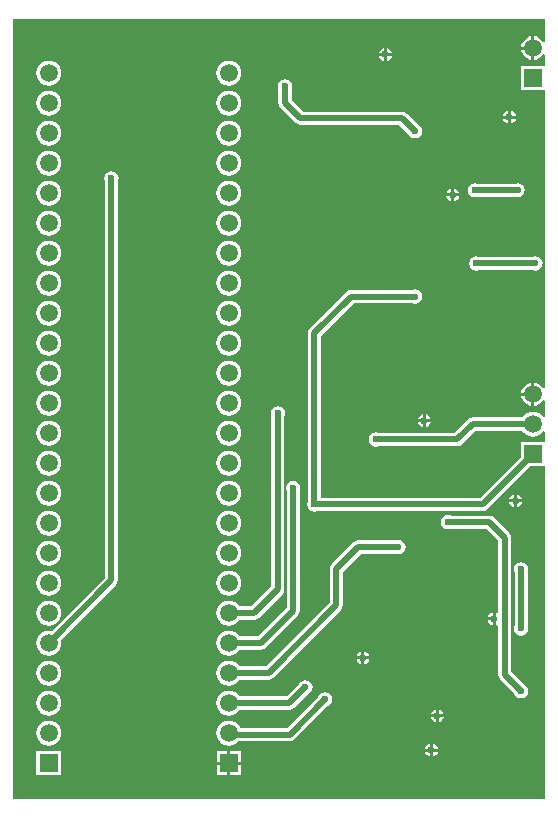
<source format=gbl>
G04*
G04 #@! TF.GenerationSoftware,Altium Limited,Altium Designer,20.0.14 (345)*
G04*
G04 Layer_Physical_Order=2*
G04 Layer_Color=16711680*
%FSLAX44Y44*%
%MOMM*%
G71*
G01*
G75*
%ADD37C,0.5000*%
%ADD38C,1.5000*%
%ADD39R,1.5000X1.5000*%
%ADD40C,0.6000*%
G36*
X470000Y660917D02*
X468857Y660504D01*
X468730Y660515D01*
X467161Y662561D01*
X465063Y664170D01*
X462621Y665182D01*
X461270Y665359D01*
Y655400D01*
Y645441D01*
X462621Y645618D01*
X465063Y646630D01*
X467161Y648239D01*
X468730Y650285D01*
X468857Y650296D01*
X470000Y649883D01*
Y640500D01*
X449500D01*
Y619500D01*
X470000D01*
Y367917D01*
X468857Y367504D01*
X468730Y367515D01*
X467161Y369561D01*
X465063Y371170D01*
X462621Y372182D01*
X461270Y372359D01*
Y362400D01*
Y352441D01*
X462621Y352618D01*
X465063Y353630D01*
X467161Y355239D01*
X468730Y357285D01*
X468857Y357296D01*
X470000Y356883D01*
Y343302D01*
X468730Y342871D01*
X467489Y344489D01*
X465295Y346172D01*
X462741Y347230D01*
X460000Y347591D01*
X457259Y347230D01*
X454705Y346172D01*
X452511Y344489D01*
X451068Y342608D01*
X409000D01*
X406854Y342181D01*
X405035Y340965D01*
X393677Y329608D01*
X329407D01*
X329341Y329652D01*
X327000Y330118D01*
X324659Y329652D01*
X322674Y328326D01*
X321348Y326341D01*
X320882Y324000D01*
X321348Y321659D01*
X322674Y319674D01*
X324659Y318348D01*
X327000Y317882D01*
X329341Y318348D01*
X329407Y318392D01*
X396000D01*
X398146Y318819D01*
X399965Y320035D01*
X411323Y331392D01*
X451068D01*
X452511Y329511D01*
X454705Y327828D01*
X457259Y326770D01*
X460000Y326409D01*
X462741Y326770D01*
X465295Y327828D01*
X467489Y329511D01*
X468730Y331129D01*
X470000Y330698D01*
Y322100D01*
X449500D01*
Y309031D01*
X415077Y274608D01*
X280608D01*
Y411677D01*
X308323Y439392D01*
X357593D01*
X357659Y439348D01*
X360000Y438882D01*
X362341Y439348D01*
X364326Y440674D01*
X365652Y442659D01*
X366118Y445000D01*
X365652Y447341D01*
X364326Y449326D01*
X362341Y450652D01*
X360000Y451118D01*
X357659Y450652D01*
X357593Y450608D01*
X306000D01*
X303854Y450181D01*
X302035Y448965D01*
X271035Y417965D01*
X269819Y416146D01*
X269392Y414000D01*
Y271407D01*
X269348Y271341D01*
X268883Y269000D01*
X269348Y266659D01*
X270674Y264674D01*
X272659Y263348D01*
X275000Y262882D01*
X277341Y263348D01*
X277407Y263392D01*
X417400D01*
X419546Y263819D01*
X421365Y265035D01*
X457431Y301100D01*
X470000D01*
Y20000D01*
X20000D01*
Y680000D01*
X470000D01*
Y660917D01*
D02*
G37*
%LPC*%
G36*
X458730Y665359D02*
X457379Y665182D01*
X454937Y664170D01*
X452839Y662561D01*
X451230Y660463D01*
X450218Y658021D01*
X450041Y656670D01*
X458730D01*
Y665359D01*
D02*
G37*
G36*
X336270Y655396D02*
Y651270D01*
X340396D01*
X340219Y652162D01*
X338994Y653994D01*
X337162Y655219D01*
X336270Y655396D01*
D02*
G37*
G36*
X333730D02*
X332838Y655219D01*
X331006Y653994D01*
X329781Y652162D01*
X329604Y651270D01*
X333730D01*
Y655396D01*
D02*
G37*
G36*
X458730Y654130D02*
X450041D01*
X450218Y652779D01*
X451230Y650337D01*
X452839Y648239D01*
X454937Y646630D01*
X457379Y645618D01*
X458730Y645441D01*
Y654130D01*
D02*
G37*
G36*
X340396Y648730D02*
X336270D01*
Y644604D01*
X337162Y644781D01*
X338994Y646006D01*
X340219Y647838D01*
X340396Y648730D01*
D02*
G37*
G36*
X333730D02*
X329604D01*
X329781Y647838D01*
X331006Y646006D01*
X332838Y644781D01*
X333730Y644604D01*
Y648730D01*
D02*
G37*
G36*
X202400Y644791D02*
X199659Y644430D01*
X197105Y643372D01*
X194911Y641689D01*
X193228Y639495D01*
X192170Y636941D01*
X191809Y634200D01*
X192170Y631459D01*
X193228Y628905D01*
X194911Y626711D01*
X197105Y625028D01*
X199659Y623970D01*
X202400Y623609D01*
X205141Y623970D01*
X207695Y625028D01*
X209889Y626711D01*
X211572Y628905D01*
X212630Y631459D01*
X212991Y634200D01*
X212630Y636941D01*
X211572Y639495D01*
X209889Y641689D01*
X207695Y643372D01*
X205141Y644430D01*
X202400Y644791D01*
D02*
G37*
G36*
X50000D02*
X47259Y644430D01*
X44705Y643372D01*
X42511Y641689D01*
X40828Y639495D01*
X39770Y636941D01*
X39409Y634200D01*
X39770Y631459D01*
X40828Y628905D01*
X42511Y626711D01*
X44705Y625028D01*
X47259Y623970D01*
X50000Y623609D01*
X52741Y623970D01*
X55295Y625028D01*
X57489Y626711D01*
X59172Y628905D01*
X60230Y631459D01*
X60591Y634200D01*
X60230Y636941D01*
X59172Y639495D01*
X57489Y641689D01*
X55295Y643372D01*
X52741Y644430D01*
X50000Y644791D01*
D02*
G37*
G36*
X441270Y602396D02*
Y598270D01*
X445396D01*
X445219Y599162D01*
X443994Y600994D01*
X442162Y602219D01*
X441270Y602396D01*
D02*
G37*
G36*
X438730D02*
X437838Y602219D01*
X436006Y600994D01*
X434781Y599162D01*
X434604Y598270D01*
X438730D01*
Y602396D01*
D02*
G37*
G36*
X202400Y619391D02*
X199659Y619030D01*
X197105Y617972D01*
X194911Y616289D01*
X193228Y614095D01*
X192170Y611541D01*
X191809Y608800D01*
X192170Y606059D01*
X193228Y603505D01*
X194911Y601311D01*
X197105Y599628D01*
X199659Y598570D01*
X202400Y598209D01*
X205141Y598570D01*
X207695Y599628D01*
X209889Y601311D01*
X211572Y603505D01*
X212630Y606059D01*
X212991Y608800D01*
X212630Y611541D01*
X211572Y614095D01*
X209889Y616289D01*
X207695Y617972D01*
X205141Y619030D01*
X202400Y619391D01*
D02*
G37*
G36*
X50000D02*
X47259Y619030D01*
X44705Y617972D01*
X42511Y616289D01*
X40828Y614095D01*
X39770Y611541D01*
X39409Y608800D01*
X39770Y606059D01*
X40828Y603505D01*
X42511Y601311D01*
X44705Y599628D01*
X47259Y598570D01*
X50000Y598209D01*
X52741Y598570D01*
X55295Y599628D01*
X57489Y601311D01*
X59172Y603505D01*
X60230Y606059D01*
X60591Y608800D01*
X60230Y611541D01*
X59172Y614095D01*
X57489Y616289D01*
X55295Y617972D01*
X52741Y619030D01*
X50000Y619391D01*
D02*
G37*
G36*
X445396Y595730D02*
X441270D01*
Y591604D01*
X442162Y591782D01*
X443994Y593006D01*
X445219Y594838D01*
X445396Y595730D01*
D02*
G37*
G36*
X438730D02*
X434604D01*
X434781Y594838D01*
X436006Y593006D01*
X437838Y591782D01*
X438730Y591604D01*
Y595730D01*
D02*
G37*
G36*
X250000Y629118D02*
X247659Y628652D01*
X245674Y627326D01*
X244348Y625341D01*
X243883Y623000D01*
X244348Y620659D01*
X244392Y620593D01*
Y609000D01*
X244819Y606854D01*
X246035Y605035D01*
X259035Y592035D01*
X260854Y590819D01*
X263000Y590392D01*
X346677D01*
X354333Y582737D01*
X354348Y582659D01*
X355674Y580674D01*
X357659Y579348D01*
X360000Y578882D01*
X362341Y579348D01*
X364326Y580674D01*
X365652Y582659D01*
X366118Y585000D01*
X365652Y587341D01*
X364326Y589326D01*
X362341Y590652D01*
X362263Y590667D01*
X352965Y599965D01*
X351146Y601181D01*
X349000Y601608D01*
X265323D01*
X255608Y611323D01*
Y620593D01*
X255652Y620659D01*
X256117Y623000D01*
X255652Y625341D01*
X254326Y627326D01*
X252341Y628652D01*
X250000Y629118D01*
D02*
G37*
G36*
X202400Y593991D02*
X199659Y593630D01*
X197105Y592572D01*
X194911Y590889D01*
X193228Y588695D01*
X192170Y586141D01*
X191809Y583400D01*
X192170Y580659D01*
X193228Y578105D01*
X194911Y575911D01*
X197105Y574228D01*
X199659Y573170D01*
X202400Y572809D01*
X205141Y573170D01*
X207695Y574228D01*
X209889Y575911D01*
X211572Y578105D01*
X212630Y580659D01*
X212991Y583400D01*
X212630Y586141D01*
X211572Y588695D01*
X209889Y590889D01*
X207695Y592572D01*
X205141Y593630D01*
X202400Y593991D01*
D02*
G37*
G36*
X50000D02*
X47259Y593630D01*
X44705Y592572D01*
X42511Y590889D01*
X40828Y588695D01*
X39770Y586141D01*
X39409Y583400D01*
X39770Y580659D01*
X40828Y578105D01*
X42511Y575911D01*
X44705Y574228D01*
X47259Y573170D01*
X50000Y572809D01*
X52741Y573170D01*
X55295Y574228D01*
X57489Y575911D01*
X59172Y578105D01*
X60230Y580659D01*
X60591Y583400D01*
X60230Y586141D01*
X59172Y588695D01*
X57489Y590889D01*
X55295Y592572D01*
X52741Y593630D01*
X50000Y593991D01*
D02*
G37*
G36*
X202400Y568591D02*
X199659Y568230D01*
X197105Y567172D01*
X194911Y565489D01*
X193228Y563295D01*
X192170Y560741D01*
X191809Y558000D01*
X192170Y555259D01*
X193228Y552705D01*
X194911Y550511D01*
X197105Y548828D01*
X199659Y547770D01*
X202400Y547409D01*
X205141Y547770D01*
X207695Y548828D01*
X209889Y550511D01*
X211572Y552705D01*
X212630Y555259D01*
X212991Y558000D01*
X212630Y560741D01*
X211572Y563295D01*
X209889Y565489D01*
X207695Y567172D01*
X205141Y568230D01*
X202400Y568591D01*
D02*
G37*
G36*
X50000D02*
X47259Y568230D01*
X44705Y567172D01*
X42511Y565489D01*
X40828Y563295D01*
X39770Y560741D01*
X39409Y558000D01*
X39770Y555259D01*
X40828Y552705D01*
X42511Y550511D01*
X44705Y548828D01*
X47259Y547770D01*
X50000Y547409D01*
X52741Y547770D01*
X55295Y548828D01*
X57489Y550511D01*
X59172Y552705D01*
X60230Y555259D01*
X60591Y558000D01*
X60230Y560741D01*
X59172Y563295D01*
X57489Y565489D01*
X55295Y567172D01*
X52741Y568230D01*
X50000Y568591D01*
D02*
G37*
G36*
X447000Y541118D02*
X444659Y540652D01*
X444593Y540608D01*
X413407D01*
X413341Y540652D01*
X411000Y541118D01*
X408659Y540652D01*
X406674Y539326D01*
X405348Y537341D01*
X404883Y535000D01*
X405348Y532659D01*
X406674Y530674D01*
X408659Y529348D01*
X411000Y528882D01*
X413341Y529348D01*
X413407Y529392D01*
X444593D01*
X444659Y529348D01*
X447000Y528882D01*
X449341Y529348D01*
X451326Y530674D01*
X452652Y532659D01*
X453117Y535000D01*
X452652Y537341D01*
X451326Y539326D01*
X449341Y540652D01*
X447000Y541118D01*
D02*
G37*
G36*
X393270Y536396D02*
Y532270D01*
X397396D01*
X397219Y533162D01*
X395994Y534994D01*
X394162Y536219D01*
X393270Y536396D01*
D02*
G37*
G36*
X390730D02*
X389838Y536219D01*
X388006Y534994D01*
X386781Y533162D01*
X386604Y532270D01*
X390730D01*
Y536396D01*
D02*
G37*
G36*
X397396Y529730D02*
X393270D01*
Y525604D01*
X394162Y525781D01*
X395994Y527006D01*
X397219Y528838D01*
X397396Y529730D01*
D02*
G37*
G36*
X390730D02*
X386604D01*
X386781Y528838D01*
X388006Y527006D01*
X389838Y525781D01*
X390730Y525604D01*
Y529730D01*
D02*
G37*
G36*
X202400Y543191D02*
X199659Y542830D01*
X197105Y541772D01*
X194911Y540089D01*
X193228Y537895D01*
X192170Y535341D01*
X191809Y532600D01*
X192170Y529859D01*
X193228Y527305D01*
X194911Y525111D01*
X197105Y523428D01*
X199659Y522370D01*
X202400Y522009D01*
X205141Y522370D01*
X207695Y523428D01*
X209889Y525111D01*
X211572Y527305D01*
X212630Y529859D01*
X212991Y532600D01*
X212630Y535341D01*
X211572Y537895D01*
X209889Y540089D01*
X207695Y541772D01*
X205141Y542830D01*
X202400Y543191D01*
D02*
G37*
G36*
X50000D02*
X47259Y542830D01*
X44705Y541772D01*
X42511Y540089D01*
X40828Y537895D01*
X39770Y535341D01*
X39409Y532600D01*
X39770Y529859D01*
X40828Y527305D01*
X42511Y525111D01*
X44705Y523428D01*
X47259Y522370D01*
X50000Y522009D01*
X52741Y522370D01*
X55295Y523428D01*
X57489Y525111D01*
X59172Y527305D01*
X60230Y529859D01*
X60591Y532600D01*
X60230Y535341D01*
X59172Y537895D01*
X57489Y540089D01*
X55295Y541772D01*
X52741Y542830D01*
X50000Y543191D01*
D02*
G37*
G36*
X202400Y517791D02*
X199659Y517430D01*
X197105Y516372D01*
X194911Y514689D01*
X193228Y512495D01*
X192170Y509941D01*
X191809Y507200D01*
X192170Y504459D01*
X193228Y501905D01*
X194911Y499711D01*
X197105Y498028D01*
X199659Y496970D01*
X202400Y496609D01*
X205141Y496970D01*
X207695Y498028D01*
X209889Y499711D01*
X211572Y501905D01*
X212630Y504459D01*
X212991Y507200D01*
X212630Y509941D01*
X211572Y512495D01*
X209889Y514689D01*
X207695Y516372D01*
X205141Y517430D01*
X202400Y517791D01*
D02*
G37*
G36*
X50000D02*
X47259Y517430D01*
X44705Y516372D01*
X42511Y514689D01*
X40828Y512495D01*
X39770Y509941D01*
X39409Y507200D01*
X39770Y504459D01*
X40828Y501905D01*
X42511Y499711D01*
X44705Y498028D01*
X47259Y496970D01*
X50000Y496609D01*
X52741Y496970D01*
X55295Y498028D01*
X57489Y499711D01*
X59172Y501905D01*
X60230Y504459D01*
X60591Y507200D01*
X60230Y509941D01*
X59172Y512495D01*
X57489Y514689D01*
X55295Y516372D01*
X52741Y517430D01*
X50000Y517791D01*
D02*
G37*
G36*
X462000Y479118D02*
X459659Y478652D01*
X459593Y478608D01*
X414407D01*
X414341Y478652D01*
X412000Y479118D01*
X409659Y478652D01*
X407674Y477326D01*
X406348Y475341D01*
X405882Y473000D01*
X406348Y470659D01*
X407674Y468674D01*
X409659Y467348D01*
X412000Y466883D01*
X414341Y467348D01*
X414407Y467392D01*
X459593D01*
X459659Y467348D01*
X462000Y466883D01*
X464341Y467348D01*
X466326Y468674D01*
X467652Y470659D01*
X468117Y473000D01*
X467652Y475341D01*
X466326Y477326D01*
X464341Y478652D01*
X462000Y479118D01*
D02*
G37*
G36*
X202400Y492391D02*
X199659Y492030D01*
X197105Y490972D01*
X194911Y489289D01*
X193228Y487095D01*
X192170Y484541D01*
X191809Y481800D01*
X192170Y479059D01*
X193228Y476505D01*
X194911Y474311D01*
X197105Y472628D01*
X199659Y471570D01*
X202400Y471209D01*
X205141Y471570D01*
X207695Y472628D01*
X209889Y474311D01*
X211572Y476505D01*
X212630Y479059D01*
X212991Y481800D01*
X212630Y484541D01*
X211572Y487095D01*
X209889Y489289D01*
X207695Y490972D01*
X205141Y492030D01*
X202400Y492391D01*
D02*
G37*
G36*
X50000D02*
X47259Y492030D01*
X44705Y490972D01*
X42511Y489289D01*
X40828Y487095D01*
X39770Y484541D01*
X39409Y481800D01*
X39770Y479059D01*
X40828Y476505D01*
X42511Y474311D01*
X44705Y472628D01*
X47259Y471570D01*
X50000Y471209D01*
X52741Y471570D01*
X55295Y472628D01*
X57489Y474311D01*
X59172Y476505D01*
X60230Y479059D01*
X60591Y481800D01*
X60230Y484541D01*
X59172Y487095D01*
X57489Y489289D01*
X55295Y490972D01*
X52741Y492030D01*
X50000Y492391D01*
D02*
G37*
G36*
X202400Y466991D02*
X199659Y466630D01*
X197105Y465572D01*
X194911Y463889D01*
X193228Y461695D01*
X192170Y459141D01*
X191809Y456400D01*
X192170Y453659D01*
X193228Y451105D01*
X194911Y448911D01*
X197105Y447228D01*
X199659Y446170D01*
X202400Y445809D01*
X205141Y446170D01*
X207695Y447228D01*
X209889Y448911D01*
X211572Y451105D01*
X212630Y453659D01*
X212991Y456400D01*
X212630Y459141D01*
X211572Y461695D01*
X209889Y463889D01*
X207695Y465572D01*
X205141Y466630D01*
X202400Y466991D01*
D02*
G37*
G36*
X50000D02*
X47259Y466630D01*
X44705Y465572D01*
X42511Y463889D01*
X40828Y461695D01*
X39770Y459141D01*
X39409Y456400D01*
X39770Y453659D01*
X40828Y451105D01*
X42511Y448911D01*
X44705Y447228D01*
X47259Y446170D01*
X50000Y445809D01*
X52741Y446170D01*
X55295Y447228D01*
X57489Y448911D01*
X59172Y451105D01*
X60230Y453659D01*
X60591Y456400D01*
X60230Y459141D01*
X59172Y461695D01*
X57489Y463889D01*
X55295Y465572D01*
X52741Y466630D01*
X50000Y466991D01*
D02*
G37*
G36*
X202400Y441591D02*
X199659Y441230D01*
X197105Y440172D01*
X194911Y438489D01*
X193228Y436295D01*
X192170Y433741D01*
X191809Y431000D01*
X192170Y428259D01*
X193228Y425705D01*
X194911Y423511D01*
X197105Y421828D01*
X199659Y420770D01*
X202400Y420409D01*
X205141Y420770D01*
X207695Y421828D01*
X209889Y423511D01*
X211572Y425705D01*
X212630Y428259D01*
X212991Y431000D01*
X212630Y433741D01*
X211572Y436295D01*
X209889Y438489D01*
X207695Y440172D01*
X205141Y441230D01*
X202400Y441591D01*
D02*
G37*
G36*
X50000D02*
X47259Y441230D01*
X44705Y440172D01*
X42511Y438489D01*
X40828Y436295D01*
X39770Y433741D01*
X39409Y431000D01*
X39770Y428259D01*
X40828Y425705D01*
X42511Y423511D01*
X44705Y421828D01*
X47259Y420770D01*
X50000Y420409D01*
X52741Y420770D01*
X55295Y421828D01*
X57489Y423511D01*
X59172Y425705D01*
X60230Y428259D01*
X60591Y431000D01*
X60230Y433741D01*
X59172Y436295D01*
X57489Y438489D01*
X55295Y440172D01*
X52741Y441230D01*
X50000Y441591D01*
D02*
G37*
G36*
X202400Y416191D02*
X199659Y415830D01*
X197105Y414772D01*
X194911Y413089D01*
X193228Y410895D01*
X192170Y408341D01*
X191809Y405600D01*
X192170Y402859D01*
X193228Y400305D01*
X194911Y398111D01*
X197105Y396428D01*
X199659Y395370D01*
X202400Y395009D01*
X205141Y395370D01*
X207695Y396428D01*
X209889Y398111D01*
X211572Y400305D01*
X212630Y402859D01*
X212991Y405600D01*
X212630Y408341D01*
X211572Y410895D01*
X209889Y413089D01*
X207695Y414772D01*
X205141Y415830D01*
X202400Y416191D01*
D02*
G37*
G36*
X50000D02*
X47259Y415830D01*
X44705Y414772D01*
X42511Y413089D01*
X40828Y410895D01*
X39770Y408341D01*
X39409Y405600D01*
X39770Y402859D01*
X40828Y400305D01*
X42511Y398111D01*
X44705Y396428D01*
X47259Y395370D01*
X50000Y395009D01*
X52741Y395370D01*
X55295Y396428D01*
X57489Y398111D01*
X59172Y400305D01*
X60230Y402859D01*
X60591Y405600D01*
X60230Y408341D01*
X59172Y410895D01*
X57489Y413089D01*
X55295Y414772D01*
X52741Y415830D01*
X50000Y416191D01*
D02*
G37*
G36*
X202400Y390791D02*
X199659Y390430D01*
X197105Y389372D01*
X194911Y387689D01*
X193228Y385495D01*
X192170Y382941D01*
X191809Y380200D01*
X192170Y377459D01*
X193228Y374905D01*
X194911Y372711D01*
X197105Y371028D01*
X199659Y369970D01*
X202400Y369609D01*
X205141Y369970D01*
X207695Y371028D01*
X209889Y372711D01*
X211572Y374905D01*
X212630Y377459D01*
X212991Y380200D01*
X212630Y382941D01*
X211572Y385495D01*
X209889Y387689D01*
X207695Y389372D01*
X205141Y390430D01*
X202400Y390791D01*
D02*
G37*
G36*
X50000D02*
X47259Y390430D01*
X44705Y389372D01*
X42511Y387689D01*
X40828Y385495D01*
X39770Y382941D01*
X39409Y380200D01*
X39770Y377459D01*
X40828Y374905D01*
X42511Y372711D01*
X44705Y371028D01*
X47259Y369970D01*
X50000Y369609D01*
X52741Y369970D01*
X55295Y371028D01*
X57489Y372711D01*
X59172Y374905D01*
X60230Y377459D01*
X60591Y380200D01*
X60230Y382941D01*
X59172Y385495D01*
X57489Y387689D01*
X55295Y389372D01*
X52741Y390430D01*
X50000Y390791D01*
D02*
G37*
G36*
X458730Y372359D02*
X457379Y372182D01*
X454937Y371170D01*
X452839Y369561D01*
X451230Y367463D01*
X450218Y365021D01*
X450041Y363670D01*
X458730D01*
Y372359D01*
D02*
G37*
G36*
Y361130D02*
X450041D01*
X450218Y359779D01*
X451230Y357337D01*
X452839Y355239D01*
X454937Y353630D01*
X457379Y352618D01*
X458730Y352441D01*
Y361130D01*
D02*
G37*
G36*
X202400Y365391D02*
X199659Y365030D01*
X197105Y363972D01*
X194911Y362289D01*
X193228Y360095D01*
X192170Y357541D01*
X191809Y354800D01*
X192170Y352059D01*
X193228Y349505D01*
X194911Y347311D01*
X197105Y345628D01*
X199659Y344570D01*
X202400Y344209D01*
X205141Y344570D01*
X207695Y345628D01*
X209889Y347311D01*
X211572Y349505D01*
X212630Y352059D01*
X212991Y354800D01*
X212630Y357541D01*
X211572Y360095D01*
X209889Y362289D01*
X207695Y363972D01*
X205141Y365030D01*
X202400Y365391D01*
D02*
G37*
G36*
X50000D02*
X47259Y365030D01*
X44705Y363972D01*
X42511Y362289D01*
X40828Y360095D01*
X39770Y357541D01*
X39409Y354800D01*
X39770Y352059D01*
X40828Y349505D01*
X42511Y347311D01*
X44705Y345628D01*
X47259Y344570D01*
X50000Y344209D01*
X52741Y344570D01*
X55295Y345628D01*
X57489Y347311D01*
X59172Y349505D01*
X60230Y352059D01*
X60591Y354800D01*
X60230Y357541D01*
X59172Y360095D01*
X57489Y362289D01*
X55295Y363972D01*
X52741Y365030D01*
X50000Y365391D01*
D02*
G37*
G36*
X369270Y345396D02*
Y341270D01*
X373396D01*
X373219Y342162D01*
X371994Y343994D01*
X370162Y345219D01*
X369270Y345396D01*
D02*
G37*
G36*
X366730D02*
X365838Y345219D01*
X364006Y343994D01*
X362781Y342162D01*
X362604Y341270D01*
X366730D01*
Y345396D01*
D02*
G37*
G36*
X373396Y338730D02*
X369270D01*
Y334604D01*
X370162Y334781D01*
X371994Y336006D01*
X373219Y337838D01*
X373396Y338730D01*
D02*
G37*
G36*
X366730D02*
X362604D01*
X362781Y337838D01*
X364006Y336006D01*
X365838Y334781D01*
X366730Y334604D01*
Y338730D01*
D02*
G37*
G36*
X202400Y339991D02*
X199659Y339630D01*
X197105Y338572D01*
X194911Y336889D01*
X193228Y334695D01*
X192170Y332141D01*
X191809Y329400D01*
X192170Y326659D01*
X193228Y324105D01*
X194911Y321911D01*
X197105Y320228D01*
X199659Y319170D01*
X202400Y318809D01*
X205141Y319170D01*
X207695Y320228D01*
X209889Y321911D01*
X211572Y324105D01*
X212630Y326659D01*
X212991Y329400D01*
X212630Y332141D01*
X211572Y334695D01*
X209889Y336889D01*
X207695Y338572D01*
X205141Y339630D01*
X202400Y339991D01*
D02*
G37*
G36*
X50000D02*
X47259Y339630D01*
X44705Y338572D01*
X42511Y336889D01*
X40828Y334695D01*
X39770Y332141D01*
X39409Y329400D01*
X39770Y326659D01*
X40828Y324105D01*
X42511Y321911D01*
X44705Y320228D01*
X47259Y319170D01*
X50000Y318809D01*
X52741Y319170D01*
X55295Y320228D01*
X57489Y321911D01*
X59172Y324105D01*
X60230Y326659D01*
X60591Y329400D01*
X60230Y332141D01*
X59172Y334695D01*
X57489Y336889D01*
X55295Y338572D01*
X52741Y339630D01*
X50000Y339991D01*
D02*
G37*
G36*
X202400Y314591D02*
X199659Y314230D01*
X197105Y313172D01*
X194911Y311489D01*
X193228Y309295D01*
X192170Y306741D01*
X191809Y304000D01*
X192170Y301259D01*
X193228Y298705D01*
X194911Y296511D01*
X197105Y294828D01*
X199659Y293770D01*
X202400Y293409D01*
X205141Y293770D01*
X207695Y294828D01*
X209889Y296511D01*
X211572Y298705D01*
X212630Y301259D01*
X212991Y304000D01*
X212630Y306741D01*
X211572Y309295D01*
X209889Y311489D01*
X207695Y313172D01*
X205141Y314230D01*
X202400Y314591D01*
D02*
G37*
G36*
X50000D02*
X47259Y314230D01*
X44705Y313172D01*
X42511Y311489D01*
X40828Y309295D01*
X39770Y306741D01*
X39409Y304000D01*
X39770Y301259D01*
X40828Y298705D01*
X42511Y296511D01*
X44705Y294828D01*
X47259Y293770D01*
X50000Y293409D01*
X52741Y293770D01*
X55295Y294828D01*
X57489Y296511D01*
X59172Y298705D01*
X60230Y301259D01*
X60591Y304000D01*
X60230Y306741D01*
X59172Y309295D01*
X57489Y311489D01*
X55295Y313172D01*
X52741Y314230D01*
X50000Y314591D01*
D02*
G37*
G36*
X446541Y277396D02*
Y273270D01*
X450667D01*
X450489Y274162D01*
X449265Y275994D01*
X447432Y277218D01*
X446541Y277396D01*
D02*
G37*
G36*
X444001D02*
X443109Y277218D01*
X441277Y275994D01*
X440052Y274162D01*
X439875Y273270D01*
X444001D01*
Y277396D01*
D02*
G37*
G36*
X202400Y289191D02*
X199659Y288830D01*
X197105Y287772D01*
X194911Y286089D01*
X193228Y283895D01*
X192170Y281341D01*
X191809Y278600D01*
X192170Y275859D01*
X193228Y273305D01*
X194911Y271111D01*
X197105Y269428D01*
X199659Y268370D01*
X202400Y268009D01*
X205141Y268370D01*
X207695Y269428D01*
X209889Y271111D01*
X211572Y273305D01*
X212630Y275859D01*
X212991Y278600D01*
X212630Y281341D01*
X211572Y283895D01*
X209889Y286089D01*
X207695Y287772D01*
X205141Y288830D01*
X202400Y289191D01*
D02*
G37*
G36*
X50000D02*
X47259Y288830D01*
X44705Y287772D01*
X42511Y286089D01*
X40828Y283895D01*
X39770Y281341D01*
X39409Y278600D01*
X39770Y275859D01*
X40828Y273305D01*
X42511Y271111D01*
X44705Y269428D01*
X47259Y268370D01*
X50000Y268009D01*
X52741Y268370D01*
X55295Y269428D01*
X57489Y271111D01*
X59172Y273305D01*
X60230Y275859D01*
X60591Y278600D01*
X60230Y281341D01*
X59172Y283895D01*
X57489Y286089D01*
X55295Y287772D01*
X52741Y288830D01*
X50000Y289191D01*
D02*
G37*
G36*
X450667Y270730D02*
X446541D01*
Y266604D01*
X447432Y266781D01*
X449265Y268006D01*
X450489Y269838D01*
X450667Y270730D01*
D02*
G37*
G36*
X444001D02*
X439875D01*
X440052Y269838D01*
X441277Y268006D01*
X443109Y266781D01*
X444001Y266604D01*
Y270730D01*
D02*
G37*
G36*
X202400Y263791D02*
X199659Y263430D01*
X197105Y262372D01*
X194911Y260689D01*
X193228Y258495D01*
X192170Y255941D01*
X191809Y253200D01*
X192170Y250459D01*
X193228Y247905D01*
X194911Y245711D01*
X197105Y244028D01*
X199659Y242970D01*
X202400Y242609D01*
X205141Y242970D01*
X207695Y244028D01*
X209889Y245711D01*
X211572Y247905D01*
X212630Y250459D01*
X212991Y253200D01*
X212630Y255941D01*
X211572Y258495D01*
X209889Y260689D01*
X207695Y262372D01*
X205141Y263430D01*
X202400Y263791D01*
D02*
G37*
G36*
X50000D02*
X47259Y263430D01*
X44705Y262372D01*
X42511Y260689D01*
X40828Y258495D01*
X39770Y255941D01*
X39409Y253200D01*
X39770Y250459D01*
X40828Y247905D01*
X42511Y245711D01*
X44705Y244028D01*
X47259Y242970D01*
X50000Y242609D01*
X52741Y242970D01*
X55295Y244028D01*
X57489Y245711D01*
X59172Y247905D01*
X60230Y250459D01*
X60591Y253200D01*
X60230Y255941D01*
X59172Y258495D01*
X57489Y260689D01*
X55295Y262372D01*
X52741Y263430D01*
X50000Y263791D01*
D02*
G37*
G36*
X346000Y239118D02*
X343659Y238652D01*
X343593Y238608D01*
X312000D01*
X309854Y238181D01*
X308035Y236965D01*
X289535Y218465D01*
X288319Y216646D01*
X287892Y214500D01*
Y185823D01*
X233877Y131808D01*
X211332D01*
X209889Y133689D01*
X207695Y135372D01*
X205141Y136430D01*
X202400Y136791D01*
X199659Y136430D01*
X197105Y135372D01*
X194911Y133689D01*
X193228Y131495D01*
X192170Y128941D01*
X191809Y126200D01*
X192170Y123459D01*
X193228Y120905D01*
X194911Y118711D01*
X197105Y117028D01*
X199659Y115970D01*
X202400Y115609D01*
X205141Y115970D01*
X207695Y117028D01*
X209889Y118711D01*
X211332Y120592D01*
X236200D01*
X238346Y121019D01*
X240165Y122235D01*
X297465Y179535D01*
X298681Y181354D01*
X299108Y183500D01*
Y212177D01*
X314323Y227392D01*
X343593D01*
X343659Y227348D01*
X346000Y226882D01*
X348341Y227348D01*
X350326Y228674D01*
X351652Y230659D01*
X352118Y233000D01*
X351652Y235341D01*
X350326Y237326D01*
X348341Y238652D01*
X346000Y239118D01*
D02*
G37*
G36*
X202400Y238391D02*
X199659Y238030D01*
X197105Y236972D01*
X194911Y235289D01*
X193228Y233095D01*
X192170Y230541D01*
X191809Y227800D01*
X192170Y225059D01*
X193228Y222505D01*
X194911Y220311D01*
X197105Y218628D01*
X199659Y217570D01*
X202400Y217209D01*
X205141Y217570D01*
X207695Y218628D01*
X209889Y220311D01*
X211572Y222505D01*
X212630Y225059D01*
X212991Y227800D01*
X212630Y230541D01*
X211572Y233095D01*
X209889Y235289D01*
X207695Y236972D01*
X205141Y238030D01*
X202400Y238391D01*
D02*
G37*
G36*
X50000D02*
X47259Y238030D01*
X44705Y236972D01*
X42511Y235289D01*
X40828Y233095D01*
X39770Y230541D01*
X39409Y227800D01*
X39770Y225059D01*
X40828Y222505D01*
X42511Y220311D01*
X44705Y218628D01*
X47259Y217570D01*
X50000Y217209D01*
X52741Y217570D01*
X55295Y218628D01*
X57489Y220311D01*
X59172Y222505D01*
X60230Y225059D01*
X60591Y227800D01*
X60230Y230541D01*
X59172Y233095D01*
X57489Y235289D01*
X55295Y236972D01*
X52741Y238030D01*
X50000Y238391D01*
D02*
G37*
G36*
X202400Y212991D02*
X199659Y212630D01*
X197105Y211572D01*
X194911Y209889D01*
X193228Y207695D01*
X192170Y205141D01*
X191809Y202400D01*
X192170Y199659D01*
X193228Y197105D01*
X194911Y194911D01*
X197105Y193228D01*
X199659Y192170D01*
X202400Y191809D01*
X205141Y192170D01*
X207695Y193228D01*
X209889Y194911D01*
X211572Y197105D01*
X212630Y199659D01*
X212991Y202400D01*
X212630Y205141D01*
X211572Y207695D01*
X209889Y209889D01*
X207695Y211572D01*
X205141Y212630D01*
X202400Y212991D01*
D02*
G37*
G36*
X50000D02*
X47259Y212630D01*
X44705Y211572D01*
X42511Y209889D01*
X40828Y207695D01*
X39770Y205141D01*
X39409Y202400D01*
X39770Y199659D01*
X40828Y197105D01*
X42511Y194911D01*
X44705Y193228D01*
X47259Y192170D01*
X50000Y191809D01*
X52741Y192170D01*
X55295Y193228D01*
X57489Y194911D01*
X59172Y197105D01*
X60230Y199659D01*
X60591Y202400D01*
X60230Y205141D01*
X59172Y207695D01*
X57489Y209889D01*
X55295Y211572D01*
X52741Y212630D01*
X50000Y212991D01*
D02*
G37*
G36*
X244000Y352118D02*
X241659Y351652D01*
X239674Y350326D01*
X238348Y348341D01*
X237882Y346000D01*
X238348Y343659D01*
X238392Y343593D01*
Y199323D01*
X221677Y182608D01*
X211332D01*
X209889Y184489D01*
X207695Y186172D01*
X205141Y187230D01*
X202400Y187591D01*
X199659Y187230D01*
X197105Y186172D01*
X194911Y184489D01*
X193228Y182295D01*
X192170Y179741D01*
X191809Y177000D01*
X192170Y174259D01*
X193228Y171705D01*
X194911Y169511D01*
X197105Y167828D01*
X199659Y166770D01*
X202400Y166409D01*
X205141Y166770D01*
X207695Y167828D01*
X209889Y169511D01*
X211332Y171392D01*
X224000D01*
X226146Y171819D01*
X227965Y173035D01*
X247965Y193035D01*
X249181Y194854D01*
X249608Y197000D01*
Y343593D01*
X249652Y343659D01*
X250117Y346000D01*
X249652Y348341D01*
X248326Y350326D01*
X246341Y351652D01*
X244000Y352118D01*
D02*
G37*
G36*
X388000Y260117D02*
X385659Y259652D01*
X383674Y258326D01*
X382348Y256341D01*
X381883Y254000D01*
X382348Y251659D01*
X383674Y249674D01*
X385659Y248348D01*
X388000Y247882D01*
X390341Y248348D01*
X390407Y248392D01*
X420677D01*
X430444Y238626D01*
Y177709D01*
X429324Y177110D01*
X429162Y177218D01*
X428270Y177396D01*
Y172000D01*
Y166604D01*
X429162Y166781D01*
X429324Y166890D01*
X430444Y166291D01*
Y124949D01*
X430871Y122802D01*
X432086Y120983D01*
X444333Y108737D01*
X444348Y108659D01*
X445674Y106674D01*
X447659Y105348D01*
X450000Y104882D01*
X452341Y105348D01*
X454326Y106674D01*
X455652Y108659D01*
X456118Y111000D01*
X455652Y113341D01*
X454326Y115326D01*
X452341Y116652D01*
X452263Y116667D01*
X441659Y127271D01*
Y240949D01*
X441232Y243095D01*
X440017Y244914D01*
X426965Y257965D01*
X425146Y259181D01*
X423000Y259608D01*
X390407D01*
X390341Y259652D01*
X388000Y260117D01*
D02*
G37*
G36*
X425730Y177396D02*
X424838Y177218D01*
X423006Y175994D01*
X421782Y174162D01*
X421604Y173270D01*
X425730D01*
Y177396D01*
D02*
G37*
G36*
Y170730D02*
X421604D01*
X421782Y169838D01*
X423006Y168006D01*
X424838Y166781D01*
X425730Y166604D01*
Y170730D01*
D02*
G37*
G36*
X50000Y187591D02*
X47259Y187230D01*
X44705Y186172D01*
X42511Y184489D01*
X40828Y182295D01*
X39770Y179741D01*
X39409Y177000D01*
X39770Y174259D01*
X40828Y171705D01*
X42511Y169511D01*
X44705Y167828D01*
X47259Y166770D01*
X50000Y166409D01*
X52741Y166770D01*
X55295Y167828D01*
X57489Y169511D01*
X59172Y171705D01*
X60230Y174259D01*
X60591Y177000D01*
X60230Y179741D01*
X59172Y182295D01*
X57489Y184489D01*
X55295Y186172D01*
X52741Y187230D01*
X50000Y187591D01*
D02*
G37*
G36*
X103000Y551118D02*
X100659Y550652D01*
X98674Y549326D01*
X97348Y547341D01*
X96882Y545000D01*
X97348Y542659D01*
X97392Y542593D01*
Y206923D01*
X52351Y161881D01*
X50000Y162191D01*
X47259Y161830D01*
X44705Y160772D01*
X42511Y159089D01*
X40828Y156895D01*
X39770Y154341D01*
X39409Y151600D01*
X39770Y148859D01*
X40828Y146305D01*
X42511Y144111D01*
X44705Y142428D01*
X47259Y141370D01*
X50000Y141009D01*
X52741Y141370D01*
X55295Y142428D01*
X57489Y144111D01*
X59172Y146305D01*
X60230Y148859D01*
X60591Y151600D01*
X60281Y153951D01*
X106965Y200635D01*
X108181Y202454D01*
X108608Y204600D01*
Y542593D01*
X108652Y542659D01*
X109117Y545000D01*
X108652Y547341D01*
X107326Y549326D01*
X105341Y550652D01*
X103000Y551118D01*
D02*
G37*
G36*
X450000Y220117D02*
X447659Y219652D01*
X445674Y218326D01*
X444348Y216341D01*
X443882Y214000D01*
X444348Y211659D01*
X444392Y211593D01*
Y166407D01*
X444348Y166341D01*
X443882Y164000D01*
X444348Y161659D01*
X445674Y159674D01*
X447659Y158348D01*
X450000Y157882D01*
X452341Y158348D01*
X454326Y159674D01*
X455652Y161659D01*
X456118Y164000D01*
X455652Y166341D01*
X455608Y166407D01*
Y211593D01*
X455652Y211659D01*
X456118Y214000D01*
X455652Y216341D01*
X454326Y218326D01*
X452341Y219652D01*
X450000Y220117D01*
D02*
G37*
G36*
X257000Y289118D02*
X254659Y288652D01*
X252674Y287326D01*
X251348Y285341D01*
X250882Y283000D01*
X251348Y280659D01*
X251392Y280593D01*
Y181323D01*
X227277Y157208D01*
X211332D01*
X209889Y159089D01*
X207695Y160772D01*
X205141Y161830D01*
X202400Y162191D01*
X199659Y161830D01*
X197105Y160772D01*
X194911Y159089D01*
X193228Y156895D01*
X192170Y154341D01*
X191809Y151600D01*
X192170Y148859D01*
X193228Y146305D01*
X194911Y144111D01*
X197105Y142428D01*
X199659Y141370D01*
X202400Y141009D01*
X205141Y141370D01*
X207695Y142428D01*
X209889Y144111D01*
X211332Y145992D01*
X229600D01*
X231746Y146419D01*
X233565Y147635D01*
X260965Y175035D01*
X262181Y176854D01*
X262608Y179000D01*
Y280593D01*
X262652Y280659D01*
X263118Y283000D01*
X262652Y285341D01*
X261326Y287326D01*
X259341Y288652D01*
X257000Y289118D01*
D02*
G37*
G36*
X317291Y144396D02*
Y140270D01*
X321417D01*
X321239Y141162D01*
X320015Y142994D01*
X318182Y144219D01*
X317291Y144396D01*
D02*
G37*
G36*
X314751D02*
X313859Y144219D01*
X312027Y142994D01*
X310802Y141162D01*
X310625Y140270D01*
X314751D01*
Y144396D01*
D02*
G37*
G36*
X321417Y137730D02*
X317291D01*
Y133604D01*
X318182Y133781D01*
X320015Y135006D01*
X321239Y136838D01*
X321417Y137730D01*
D02*
G37*
G36*
X314751D02*
X310625D01*
X310802Y136838D01*
X312027Y135006D01*
X313859Y133781D01*
X314751Y133604D01*
Y137730D01*
D02*
G37*
G36*
X50000Y136791D02*
X47259Y136430D01*
X44705Y135372D01*
X42511Y133689D01*
X40828Y131495D01*
X39770Y128941D01*
X39409Y126200D01*
X39770Y123459D01*
X40828Y120905D01*
X42511Y118711D01*
X44705Y117028D01*
X47259Y115970D01*
X50000Y115609D01*
X52741Y115970D01*
X55295Y117028D01*
X57489Y118711D01*
X59172Y120905D01*
X60230Y123459D01*
X60591Y126200D01*
X60230Y128941D01*
X59172Y131495D01*
X57489Y133689D01*
X55295Y135372D01*
X52741Y136430D01*
X50000Y136791D01*
D02*
G37*
G36*
X267250Y120368D02*
X264909Y119902D01*
X262924Y118576D01*
X261598Y116591D01*
X261583Y116513D01*
X251477Y106408D01*
X211332D01*
X209889Y108289D01*
X207695Y109972D01*
X205141Y111030D01*
X202400Y111391D01*
X199659Y111030D01*
X197105Y109972D01*
X194911Y108289D01*
X193228Y106095D01*
X192170Y103541D01*
X191809Y100800D01*
X192170Y98059D01*
X193228Y95505D01*
X194911Y93311D01*
X197105Y91628D01*
X199659Y90570D01*
X202400Y90209D01*
X205141Y90570D01*
X207695Y91628D01*
X209889Y93311D01*
X211332Y95192D01*
X253800D01*
X255946Y95619D01*
X257765Y96835D01*
X269513Y108583D01*
X269591Y108598D01*
X271576Y109924D01*
X272902Y111909D01*
X273368Y114250D01*
X272902Y116591D01*
X271576Y118576D01*
X269591Y119902D01*
X267250Y120368D01*
D02*
G37*
G36*
X380270Y95396D02*
Y91270D01*
X384396D01*
X384218Y92162D01*
X382994Y93994D01*
X381162Y95219D01*
X380270Y95396D01*
D02*
G37*
G36*
X377730D02*
X376838Y95219D01*
X375006Y93994D01*
X373781Y92162D01*
X373604Y91270D01*
X377730D01*
Y95396D01*
D02*
G37*
G36*
X50000Y111391D02*
X47259Y111030D01*
X44705Y109972D01*
X42511Y108289D01*
X40828Y106095D01*
X39770Y103541D01*
X39409Y100800D01*
X39770Y98059D01*
X40828Y95505D01*
X42511Y93311D01*
X44705Y91628D01*
X47259Y90570D01*
X50000Y90209D01*
X52741Y90570D01*
X55295Y91628D01*
X57489Y93311D01*
X59172Y95505D01*
X60230Y98059D01*
X60591Y100800D01*
X60230Y103541D01*
X59172Y106095D01*
X57489Y108289D01*
X55295Y109972D01*
X52741Y111030D01*
X50000Y111391D01*
D02*
G37*
G36*
X384396Y88730D02*
X380270D01*
Y84604D01*
X381162Y84781D01*
X382994Y86006D01*
X384218Y87838D01*
X384396Y88730D01*
D02*
G37*
G36*
X377730D02*
X373604D01*
X373781Y87838D01*
X375006Y86006D01*
X376838Y84781D01*
X377730Y84604D01*
Y88730D01*
D02*
G37*
G36*
X284000Y110118D02*
X281659Y109652D01*
X279674Y108326D01*
X278348Y106341D01*
X278333Y106263D01*
X251677Y79608D01*
X212022D01*
X211572Y80695D01*
X209889Y82889D01*
X207695Y84572D01*
X205141Y85630D01*
X202400Y85991D01*
X199659Y85630D01*
X197105Y84572D01*
X194911Y82889D01*
X193228Y80695D01*
X192170Y78141D01*
X191809Y75400D01*
X192170Y72659D01*
X193228Y70105D01*
X194911Y67911D01*
X197105Y66228D01*
X199659Y65170D01*
X202400Y64809D01*
X205141Y65170D01*
X207695Y66228D01*
X209889Y67911D01*
X210258Y68392D01*
X254000D01*
X256146Y68819D01*
X257965Y70035D01*
X286263Y98333D01*
X286341Y98348D01*
X288326Y99674D01*
X289652Y101659D01*
X290117Y104000D01*
X289652Y106341D01*
X288326Y108326D01*
X286341Y109652D01*
X284000Y110118D01*
D02*
G37*
G36*
X50000Y85991D02*
X47259Y85630D01*
X44705Y84572D01*
X42511Y82889D01*
X40828Y80695D01*
X39770Y78141D01*
X39409Y75400D01*
X39770Y72659D01*
X40828Y70105D01*
X42511Y67911D01*
X44705Y66228D01*
X47259Y65170D01*
X50000Y64809D01*
X52741Y65170D01*
X55295Y66228D01*
X57489Y67911D01*
X59172Y70105D01*
X60230Y72659D01*
X60591Y75400D01*
X60230Y78141D01*
X59172Y80695D01*
X57489Y82889D01*
X55295Y84572D01*
X52741Y85630D01*
X50000Y85991D01*
D02*
G37*
G36*
X375270Y66396D02*
Y62270D01*
X379396D01*
X379218Y63162D01*
X377994Y64994D01*
X376162Y66219D01*
X375270Y66396D01*
D02*
G37*
G36*
X372730D02*
X371838Y66219D01*
X370006Y64994D01*
X368781Y63162D01*
X368604Y62270D01*
X372730D01*
Y66396D01*
D02*
G37*
G36*
X379396Y59730D02*
X375270D01*
Y55604D01*
X376162Y55781D01*
X377994Y57006D01*
X379218Y58838D01*
X379396Y59730D01*
D02*
G37*
G36*
X372730D02*
X368604D01*
X368781Y58838D01*
X370006Y57006D01*
X371838Y55781D01*
X372730Y55604D01*
Y59730D01*
D02*
G37*
G36*
X212440Y60040D02*
X203670D01*
Y51270D01*
X212440D01*
Y60040D01*
D02*
G37*
G36*
X201130D02*
X192360D01*
Y51270D01*
X201130D01*
Y60040D01*
D02*
G37*
G36*
X212440Y48730D02*
X203670D01*
Y39960D01*
X212440D01*
Y48730D01*
D02*
G37*
G36*
X201130D02*
X192360D01*
Y39960D01*
X201130D01*
Y48730D01*
D02*
G37*
G36*
X60500Y60500D02*
X39500D01*
Y39500D01*
X60500D01*
Y60500D01*
D02*
G37*
%LPD*%
D37*
X250000Y609000D02*
Y623000D01*
Y609000D02*
X263000Y596000D01*
X349000D01*
X360000Y585000D01*
X103000Y204600D02*
Y545000D01*
X50000Y151600D02*
X103000Y204600D01*
X327000Y324000D02*
X396000D01*
X409000Y337000D01*
X460000D01*
X275000Y269000D02*
Y414000D01*
Y269000D02*
X417400D01*
X257000Y179000D02*
Y283000D01*
X275000Y414000D02*
X306000Y445000D01*
X229600Y151600D02*
X257000Y179000D01*
X417400Y269000D02*
X460000Y311600D01*
X254000Y74000D02*
X284000Y104000D01*
X203800Y74000D02*
X254000D01*
X202400Y75400D02*
X203800Y74000D01*
X306000Y445000D02*
X360000D01*
X202400Y100800D02*
X253800D01*
X267250Y114250D01*
X48800Y102000D02*
X50000Y100800D01*
X436051Y124949D02*
X450000Y111000D01*
X436051Y124949D02*
Y240949D01*
X423000Y254000D02*
X436051Y240949D01*
X388000Y254000D02*
X423000D01*
X312000Y233000D02*
X346000D01*
X293500Y214500D02*
X312000Y233000D01*
X450000Y164000D02*
Y214000D01*
X412000Y473000D02*
X462000D01*
X202400Y177000D02*
X224000D01*
X244000Y197000D01*
Y346000D01*
X202400Y126200D02*
X236200D01*
X293500Y183500D01*
Y214500D01*
X202400Y151600D02*
X229600D01*
X411000Y535000D02*
X447000D01*
D38*
X460000Y362400D02*
D03*
Y337000D02*
D03*
Y655400D02*
D03*
X50000Y634200D02*
D03*
Y608800D02*
D03*
Y583400D02*
D03*
Y558000D02*
D03*
Y532600D02*
D03*
Y507200D02*
D03*
Y481800D02*
D03*
Y456400D02*
D03*
Y431000D02*
D03*
Y405600D02*
D03*
Y380200D02*
D03*
Y354800D02*
D03*
Y329400D02*
D03*
Y304000D02*
D03*
Y278600D02*
D03*
Y253200D02*
D03*
Y227800D02*
D03*
Y202400D02*
D03*
Y177000D02*
D03*
Y151600D02*
D03*
Y126200D02*
D03*
Y100800D02*
D03*
Y75400D02*
D03*
X202400Y634200D02*
D03*
Y608800D02*
D03*
Y583400D02*
D03*
Y558000D02*
D03*
Y532600D02*
D03*
Y507200D02*
D03*
Y481800D02*
D03*
Y456400D02*
D03*
Y431000D02*
D03*
Y405600D02*
D03*
Y380200D02*
D03*
Y354800D02*
D03*
Y329400D02*
D03*
Y304000D02*
D03*
Y278600D02*
D03*
Y253200D02*
D03*
Y227800D02*
D03*
Y202400D02*
D03*
Y177000D02*
D03*
Y151600D02*
D03*
Y126200D02*
D03*
Y100800D02*
D03*
Y75400D02*
D03*
D39*
X460000Y311600D02*
D03*
Y630000D02*
D03*
X50000Y50000D02*
D03*
X202400D02*
D03*
D40*
X445271Y272000D02*
D03*
X360000Y585000D02*
D03*
X250000Y623000D02*
D03*
X392000Y531000D02*
D03*
X103000Y545000D02*
D03*
X327000Y324000D02*
D03*
X257000Y283000D02*
D03*
X275000Y269000D02*
D03*
X284000Y104000D02*
D03*
X379000Y90000D02*
D03*
X267250Y114250D02*
D03*
X388000Y254000D02*
D03*
X346000Y233000D02*
D03*
X374000Y61000D02*
D03*
X450000Y214000D02*
D03*
X427000Y172000D02*
D03*
X450000Y111000D02*
D03*
Y164000D02*
D03*
X462000Y473000D02*
D03*
X412000D02*
D03*
X360000Y445000D02*
D03*
X316021Y139000D02*
D03*
X244000Y346000D02*
D03*
X447000Y535000D02*
D03*
X411000D02*
D03*
X368000Y340000D02*
D03*
X335000Y650000D02*
D03*
X440000Y597000D02*
D03*
M02*

</source>
